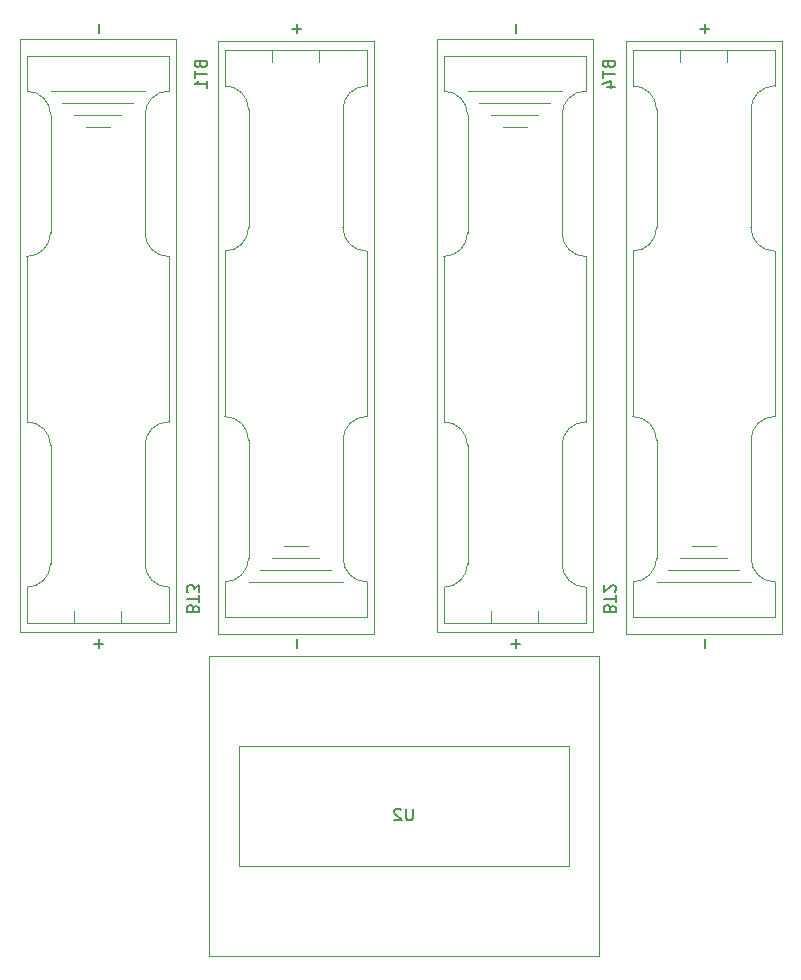
<source format=gbr>
%TF.GenerationSoftware,KiCad,Pcbnew,(5.1.6)-1*%
%TF.CreationDate,2020-06-19T21:21:41-04:00*%
%TF.ProjectId,TrialBBConversion,54726961-6c42-4424-936f-6e7665727369,rev?*%
%TF.SameCoordinates,Original*%
%TF.FileFunction,Legend,Bot*%
%TF.FilePolarity,Positive*%
%FSLAX46Y46*%
G04 Gerber Fmt 4.6, Leading zero omitted, Abs format (unit mm)*
G04 Created by KiCad (PCBNEW (5.1.6)-1) date 2020-06-19 21:21:41*
%MOMM*%
%LPD*%
G01*
G04 APERTURE LIST*
%ADD10C,0.120000*%
%ADD11C,0.150000*%
G04 APERTURE END LIST*
D10*
%TO.C,U2*%
X145542000Y-149352000D02*
X162052000Y-149352000D01*
X145542000Y-123952000D02*
X145542000Y-149352000D01*
X178562000Y-123952000D02*
X145542000Y-123952000D01*
X178562000Y-149352000D02*
X178562000Y-123952000D01*
X162052000Y-149352000D02*
X178562000Y-149352000D01*
X176022000Y-141732000D02*
X148082000Y-141732000D01*
X176022000Y-131572000D02*
X176022000Y-141732000D01*
X148082000Y-131572000D02*
X176022000Y-131572000D01*
X148082000Y-141732000D02*
X148082000Y-131572000D01*
%TO.C,BT4*%
X193452000Y-120676000D02*
X193452000Y-117676000D01*
X181452000Y-120676000D02*
X193452000Y-120676000D01*
X181452000Y-120676000D02*
X181452000Y-117676000D01*
X193452000Y-72676000D02*
X193452000Y-75676000D01*
X181452000Y-72676000D02*
X193452000Y-72676000D01*
X181452000Y-72676000D02*
X181452000Y-75676000D01*
X191452000Y-115676000D02*
X191452000Y-105676000D01*
X183452000Y-115676000D02*
X183452000Y-105676000D01*
X183452000Y-77676000D02*
X183452000Y-87676000D01*
X191452000Y-77676000D02*
X191452000Y-87676000D01*
X181452000Y-103676000D02*
X181452000Y-89676000D01*
X193452000Y-89676000D02*
X193452000Y-103676000D01*
X189452000Y-73676000D02*
X189452000Y-72676000D01*
X185452000Y-72676000D02*
X185452000Y-73676000D01*
X183452000Y-117676000D02*
X191452000Y-117676000D01*
X190452000Y-116676000D02*
X184452000Y-116676000D01*
X185452000Y-115676000D02*
X189452000Y-115676000D01*
X186452000Y-114676000D02*
X188452000Y-114676000D01*
X180852000Y-122076000D02*
X180852000Y-71876000D01*
X180852000Y-71876000D02*
X194052000Y-71876000D01*
X194052000Y-71876000D02*
X194052000Y-122076000D01*
X194052000Y-122076000D02*
X180852000Y-122076000D01*
X181452000Y-75676000D02*
G75*
G02*
X183452000Y-77676000I0J-2000000D01*
G01*
X183452000Y-115676000D02*
G75*
G02*
X181452000Y-117676000I-2000000J0D01*
G01*
X193452000Y-117676000D02*
G75*
G02*
X191452000Y-115676000I0J2000000D01*
G01*
X191452000Y-77676000D02*
G75*
G02*
X193452000Y-75676000I2000000J0D01*
G01*
X191452000Y-105676000D02*
G75*
G02*
X193452000Y-103676000I2000000J0D01*
G01*
X193452000Y-89676000D02*
G75*
G02*
X191452000Y-87676000I0J2000000D01*
G01*
X183452000Y-87676000D02*
G75*
G02*
X181452000Y-89676000I-2000000J0D01*
G01*
X181452000Y-103676000D02*
G75*
G02*
X183452000Y-105676000I0J-2000000D01*
G01*
%TO.C,BT3*%
X130144000Y-73126000D02*
X130144000Y-76126000D01*
X142144000Y-73126000D02*
X130144000Y-73126000D01*
X142144000Y-73126000D02*
X142144000Y-76126000D01*
X130144000Y-121126000D02*
X130144000Y-118126000D01*
X142144000Y-121126000D02*
X130144000Y-121126000D01*
X142144000Y-121126000D02*
X142144000Y-118126000D01*
X132144000Y-78126000D02*
X132144000Y-88126000D01*
X140144000Y-78126000D02*
X140144000Y-88126000D01*
X140144000Y-116126000D02*
X140144000Y-106126000D01*
X132144000Y-116126000D02*
X132144000Y-106126000D01*
X142144000Y-90126000D02*
X142144000Y-104126000D01*
X130144000Y-104126000D02*
X130144000Y-90126000D01*
X134144000Y-120126000D02*
X134144000Y-121126000D01*
X138144000Y-121126000D02*
X138144000Y-120126000D01*
X140144000Y-76126000D02*
X132144000Y-76126000D01*
X133144000Y-77126000D02*
X139144000Y-77126000D01*
X138144000Y-78126000D02*
X134144000Y-78126000D01*
X137144000Y-79126000D02*
X135144000Y-79126000D01*
X142744000Y-71726000D02*
X142744000Y-121926000D01*
X142744000Y-121926000D02*
X129544000Y-121926000D01*
X129544000Y-121926000D02*
X129544000Y-71726000D01*
X129544000Y-71726000D02*
X142744000Y-71726000D01*
X142144000Y-118126000D02*
G75*
G02*
X140144000Y-116126000I0J2000000D01*
G01*
X140144000Y-78126000D02*
G75*
G02*
X142144000Y-76126000I2000000J0D01*
G01*
X130144000Y-76126000D02*
G75*
G02*
X132144000Y-78126000I0J-2000000D01*
G01*
X132144000Y-116126000D02*
G75*
G02*
X130144000Y-118126000I-2000000J0D01*
G01*
X132144000Y-88126000D02*
G75*
G02*
X130144000Y-90126000I-2000000J0D01*
G01*
X130144000Y-104126000D02*
G75*
G02*
X132144000Y-106126000I0J-2000000D01*
G01*
X140144000Y-106126000D02*
G75*
G02*
X142144000Y-104126000I2000000J0D01*
G01*
X142144000Y-90126000D02*
G75*
G02*
X140144000Y-88126000I0J2000000D01*
G01*
%TO.C,BT2*%
X165450000Y-73126000D02*
X165450000Y-76126000D01*
X177450000Y-73126000D02*
X165450000Y-73126000D01*
X177450000Y-73126000D02*
X177450000Y-76126000D01*
X165450000Y-121126000D02*
X165450000Y-118126000D01*
X177450000Y-121126000D02*
X165450000Y-121126000D01*
X177450000Y-121126000D02*
X177450000Y-118126000D01*
X167450000Y-78126000D02*
X167450000Y-88126000D01*
X175450000Y-78126000D02*
X175450000Y-88126000D01*
X175450000Y-116126000D02*
X175450000Y-106126000D01*
X167450000Y-116126000D02*
X167450000Y-106126000D01*
X177450000Y-90126000D02*
X177450000Y-104126000D01*
X165450000Y-104126000D02*
X165450000Y-90126000D01*
X169450000Y-120126000D02*
X169450000Y-121126000D01*
X173450000Y-121126000D02*
X173450000Y-120126000D01*
X175450000Y-76126000D02*
X167450000Y-76126000D01*
X168450000Y-77126000D02*
X174450000Y-77126000D01*
X173450000Y-78126000D02*
X169450000Y-78126000D01*
X172450000Y-79126000D02*
X170450000Y-79126000D01*
X178050000Y-71726000D02*
X178050000Y-121926000D01*
X178050000Y-121926000D02*
X164850000Y-121926000D01*
X164850000Y-121926000D02*
X164850000Y-71726000D01*
X164850000Y-71726000D02*
X178050000Y-71726000D01*
X177450000Y-118126000D02*
G75*
G02*
X175450000Y-116126000I0J2000000D01*
G01*
X175450000Y-78126000D02*
G75*
G02*
X177450000Y-76126000I2000000J0D01*
G01*
X165450000Y-76126000D02*
G75*
G02*
X167450000Y-78126000I0J-2000000D01*
G01*
X167450000Y-116126000D02*
G75*
G02*
X165450000Y-118126000I-2000000J0D01*
G01*
X167450000Y-88126000D02*
G75*
G02*
X165450000Y-90126000I-2000000J0D01*
G01*
X165450000Y-104126000D02*
G75*
G02*
X167450000Y-106126000I0J-2000000D01*
G01*
X175450000Y-106126000D02*
G75*
G02*
X177450000Y-104126000I2000000J0D01*
G01*
X177450000Y-90126000D02*
G75*
G02*
X175450000Y-88126000I0J2000000D01*
G01*
%TO.C,BT1*%
X158908000Y-120676000D02*
X158908000Y-117676000D01*
X146908000Y-120676000D02*
X158908000Y-120676000D01*
X146908000Y-120676000D02*
X146908000Y-117676000D01*
X158908000Y-72676000D02*
X158908000Y-75676000D01*
X146908000Y-72676000D02*
X158908000Y-72676000D01*
X146908000Y-72676000D02*
X146908000Y-75676000D01*
X156908000Y-115676000D02*
X156908000Y-105676000D01*
X148908000Y-115676000D02*
X148908000Y-105676000D01*
X148908000Y-77676000D02*
X148908000Y-87676000D01*
X156908000Y-77676000D02*
X156908000Y-87676000D01*
X146908000Y-103676000D02*
X146908000Y-89676000D01*
X158908000Y-89676000D02*
X158908000Y-103676000D01*
X154908000Y-73676000D02*
X154908000Y-72676000D01*
X150908000Y-72676000D02*
X150908000Y-73676000D01*
X148908000Y-117676000D02*
X156908000Y-117676000D01*
X155908000Y-116676000D02*
X149908000Y-116676000D01*
X150908000Y-115676000D02*
X154908000Y-115676000D01*
X151908000Y-114676000D02*
X153908000Y-114676000D01*
X146308000Y-122076000D02*
X146308000Y-71876000D01*
X146308000Y-71876000D02*
X159508000Y-71876000D01*
X159508000Y-71876000D02*
X159508000Y-122076000D01*
X159508000Y-122076000D02*
X146308000Y-122076000D01*
X146908000Y-75676000D02*
G75*
G02*
X148908000Y-77676000I0J-2000000D01*
G01*
X148908000Y-115676000D02*
G75*
G02*
X146908000Y-117676000I-2000000J0D01*
G01*
X158908000Y-117676000D02*
G75*
G02*
X156908000Y-115676000I0J2000000D01*
G01*
X156908000Y-77676000D02*
G75*
G02*
X158908000Y-75676000I2000000J0D01*
G01*
X156908000Y-105676000D02*
G75*
G02*
X158908000Y-103676000I2000000J0D01*
G01*
X158908000Y-89676000D02*
G75*
G02*
X156908000Y-87676000I0J2000000D01*
G01*
X148908000Y-87676000D02*
G75*
G02*
X146908000Y-89676000I-2000000J0D01*
G01*
X146908000Y-103676000D02*
G75*
G02*
X148908000Y-105676000I0J-2000000D01*
G01*
%TO.C,U2*%
D11*
X162813904Y-136874380D02*
X162813904Y-137683904D01*
X162766285Y-137779142D01*
X162718666Y-137826761D01*
X162623428Y-137874380D01*
X162432952Y-137874380D01*
X162337714Y-137826761D01*
X162290095Y-137779142D01*
X162242476Y-137683904D01*
X162242476Y-136874380D01*
X161813904Y-136969619D02*
X161766285Y-136922000D01*
X161671047Y-136874380D01*
X161432952Y-136874380D01*
X161337714Y-136922000D01*
X161290095Y-136969619D01*
X161242476Y-137064857D01*
X161242476Y-137160095D01*
X161290095Y-137302952D01*
X161861523Y-137874380D01*
X161242476Y-137874380D01*
%TO.C,BT4*%
X179380571Y-73890285D02*
X179428190Y-74033142D01*
X179475809Y-74080761D01*
X179571047Y-74128380D01*
X179713904Y-74128380D01*
X179809142Y-74080761D01*
X179856761Y-74033142D01*
X179904380Y-73937904D01*
X179904380Y-73556952D01*
X178904380Y-73556952D01*
X178904380Y-73890285D01*
X178952000Y-73985523D01*
X178999619Y-74033142D01*
X179094857Y-74080761D01*
X179190095Y-74080761D01*
X179285333Y-74033142D01*
X179332952Y-73985523D01*
X179380571Y-73890285D01*
X179380571Y-73556952D01*
X178904380Y-74414095D02*
X178904380Y-74985523D01*
X179904380Y-74699809D02*
X178904380Y-74699809D01*
X179237714Y-75747428D02*
X179904380Y-75747428D01*
X178856761Y-75509333D02*
X179571047Y-75271238D01*
X179571047Y-75890285D01*
X187523428Y-70485047D02*
X187523428Y-71246952D01*
X187904380Y-70866000D02*
X187142476Y-70866000D01*
X187523428Y-122555047D02*
X187523428Y-123316952D01*
%TO.C,BT3*%
X144215428Y-119911714D02*
X144167809Y-119768857D01*
X144120190Y-119721238D01*
X144024952Y-119673619D01*
X143882095Y-119673619D01*
X143786857Y-119721238D01*
X143739238Y-119768857D01*
X143691619Y-119864095D01*
X143691619Y-120245047D01*
X144691619Y-120245047D01*
X144691619Y-119911714D01*
X144644000Y-119816476D01*
X144596380Y-119768857D01*
X144501142Y-119721238D01*
X144405904Y-119721238D01*
X144310666Y-119768857D01*
X144263047Y-119816476D01*
X144215428Y-119911714D01*
X144215428Y-120245047D01*
X144691619Y-119387904D02*
X144691619Y-118816476D01*
X143691619Y-119102190D02*
X144691619Y-119102190D01*
X144691619Y-118578380D02*
X144691619Y-117959333D01*
X144310666Y-118292666D01*
X144310666Y-118149809D01*
X144263047Y-118054571D01*
X144215428Y-118006952D01*
X144120190Y-117959333D01*
X143882095Y-117959333D01*
X143786857Y-118006952D01*
X143739238Y-118054571D01*
X143691619Y-118149809D01*
X143691619Y-118435523D01*
X143739238Y-118530761D01*
X143786857Y-118578380D01*
X136215428Y-122555047D02*
X136215428Y-123316952D01*
X136596380Y-122936000D02*
X135834476Y-122936000D01*
X136215428Y-70485047D02*
X136215428Y-71246952D01*
%TO.C,BT2*%
X179521428Y-119911714D02*
X179473809Y-119768857D01*
X179426190Y-119721238D01*
X179330952Y-119673619D01*
X179188095Y-119673619D01*
X179092857Y-119721238D01*
X179045238Y-119768857D01*
X178997619Y-119864095D01*
X178997619Y-120245047D01*
X179997619Y-120245047D01*
X179997619Y-119911714D01*
X179950000Y-119816476D01*
X179902380Y-119768857D01*
X179807142Y-119721238D01*
X179711904Y-119721238D01*
X179616666Y-119768857D01*
X179569047Y-119816476D01*
X179521428Y-119911714D01*
X179521428Y-120245047D01*
X179997619Y-119387904D02*
X179997619Y-118816476D01*
X178997619Y-119102190D02*
X179997619Y-119102190D01*
X179902380Y-118530761D02*
X179950000Y-118483142D01*
X179997619Y-118387904D01*
X179997619Y-118149809D01*
X179950000Y-118054571D01*
X179902380Y-118006952D01*
X179807142Y-117959333D01*
X179711904Y-117959333D01*
X179569047Y-118006952D01*
X178997619Y-118578380D01*
X178997619Y-117959333D01*
X171521428Y-122555047D02*
X171521428Y-123316952D01*
X171902380Y-122936000D02*
X171140476Y-122936000D01*
X171521428Y-70485047D02*
X171521428Y-71246952D01*
%TO.C,BT1*%
X144836571Y-73890285D02*
X144884190Y-74033142D01*
X144931809Y-74080761D01*
X145027047Y-74128380D01*
X145169904Y-74128380D01*
X145265142Y-74080761D01*
X145312761Y-74033142D01*
X145360380Y-73937904D01*
X145360380Y-73556952D01*
X144360380Y-73556952D01*
X144360380Y-73890285D01*
X144408000Y-73985523D01*
X144455619Y-74033142D01*
X144550857Y-74080761D01*
X144646095Y-74080761D01*
X144741333Y-74033142D01*
X144788952Y-73985523D01*
X144836571Y-73890285D01*
X144836571Y-73556952D01*
X144360380Y-74414095D02*
X144360380Y-74985523D01*
X145360380Y-74699809D02*
X144360380Y-74699809D01*
X145360380Y-75842666D02*
X145360380Y-75271238D01*
X145360380Y-75556952D02*
X144360380Y-75556952D01*
X144503238Y-75461714D01*
X144598476Y-75366476D01*
X144646095Y-75271238D01*
X152979428Y-70485047D02*
X152979428Y-71246952D01*
X153360380Y-70866000D02*
X152598476Y-70866000D01*
X152979428Y-122555047D02*
X152979428Y-123316952D01*
%TD*%
M02*

</source>
